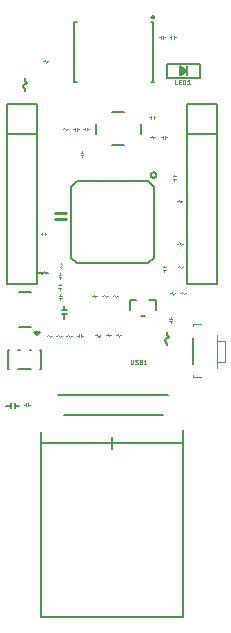
<source format=gto>
G75*
%MOIN*%
%OFA0B0*%
%FSLAX25Y25*%
%IPPOS*%
%LPD*%
%AMOC8*
5,1,8,0,0,1.08239X$1,22.5*
%
%ADD10C,0.00100*%
%ADD11C,0.00500*%
%ADD12C,0.01000*%
%ADD13C,0.00394*%
%ADD14C,0.00600*%
%ADD15C,0.00400*%
D10*
X0046600Y0085980D02*
X0046600Y0087063D01*
X0047433Y0087063D02*
X0047433Y0085980D01*
X0047434Y0085980D02*
X0047432Y0085940D01*
X0047426Y0085901D01*
X0047417Y0085863D01*
X0047404Y0085825D01*
X0047388Y0085789D01*
X0047368Y0085755D01*
X0047345Y0085722D01*
X0047319Y0085692D01*
X0047290Y0085665D01*
X0047259Y0085640D01*
X0047226Y0085619D01*
X0047190Y0085601D01*
X0047153Y0085586D01*
X0047115Y0085575D01*
X0047076Y0085567D01*
X0047037Y0085563D01*
X0046997Y0085563D01*
X0046958Y0085567D01*
X0046919Y0085575D01*
X0046881Y0085586D01*
X0046844Y0085601D01*
X0046809Y0085619D01*
X0046775Y0085640D01*
X0046744Y0085665D01*
X0046715Y0085692D01*
X0046689Y0085722D01*
X0046666Y0085755D01*
X0046646Y0085789D01*
X0046630Y0085825D01*
X0046617Y0085863D01*
X0046608Y0085901D01*
X0046602Y0085940D01*
X0046600Y0085980D01*
X0048248Y0086438D02*
X0048707Y0086188D01*
X0048540Y0085563D02*
X0048490Y0085565D01*
X0048439Y0085570D01*
X0048390Y0085579D01*
X0048341Y0085592D01*
X0048293Y0085608D01*
X0048246Y0085627D01*
X0048201Y0085650D01*
X0048158Y0085676D01*
X0048116Y0085705D01*
X0048077Y0085737D01*
X0048040Y0085771D01*
X0048707Y0086188D02*
X0048736Y0086169D01*
X0048764Y0086146D01*
X0048788Y0086121D01*
X0048810Y0086094D01*
X0048829Y0086064D01*
X0048845Y0086033D01*
X0048858Y0086000D01*
X0048867Y0085966D01*
X0048872Y0085931D01*
X0048874Y0085896D01*
X0048873Y0085896D02*
X0048871Y0085861D01*
X0048866Y0085827D01*
X0048857Y0085793D01*
X0048844Y0085761D01*
X0048828Y0085730D01*
X0048809Y0085700D01*
X0048787Y0085673D01*
X0048763Y0085649D01*
X0048736Y0085627D01*
X0048707Y0085608D01*
X0048675Y0085592D01*
X0048643Y0085579D01*
X0048609Y0085570D01*
X0048575Y0085565D01*
X0048540Y0085563D01*
X0048790Y0086938D02*
X0048753Y0086964D01*
X0048715Y0086986D01*
X0048675Y0087006D01*
X0048634Y0087023D01*
X0048591Y0087038D01*
X0048548Y0087049D01*
X0048504Y0087057D01*
X0048460Y0087061D01*
X0048415Y0087063D01*
X0048380Y0087061D01*
X0048346Y0087056D01*
X0048312Y0087047D01*
X0048280Y0087034D01*
X0048249Y0087018D01*
X0048219Y0086999D01*
X0048192Y0086977D01*
X0048168Y0086953D01*
X0048146Y0086926D01*
X0048127Y0086897D01*
X0048111Y0086865D01*
X0048098Y0086833D01*
X0048089Y0086799D01*
X0048084Y0086765D01*
X0048082Y0086730D01*
X0048081Y0086730D02*
X0048083Y0086695D01*
X0048088Y0086660D01*
X0048097Y0086626D01*
X0048110Y0086593D01*
X0048126Y0086562D01*
X0048145Y0086532D01*
X0048167Y0086505D01*
X0048191Y0086480D01*
X0048219Y0086457D01*
X0048248Y0086438D01*
X0049499Y0086396D02*
X0049916Y0086396D01*
X0049916Y0086397D02*
X0049951Y0086399D01*
X0049985Y0086404D01*
X0050019Y0086413D01*
X0050051Y0086426D01*
X0050083Y0086442D01*
X0050112Y0086461D01*
X0050139Y0086483D01*
X0050163Y0086507D01*
X0050185Y0086534D01*
X0050204Y0086564D01*
X0050220Y0086595D01*
X0050233Y0086627D01*
X0050242Y0086661D01*
X0050247Y0086695D01*
X0050249Y0086730D01*
X0050247Y0086765D01*
X0050242Y0086799D01*
X0050233Y0086833D01*
X0050220Y0086865D01*
X0050204Y0086897D01*
X0050185Y0086926D01*
X0050163Y0086953D01*
X0050139Y0086977D01*
X0050112Y0086999D01*
X0050083Y0087018D01*
X0050051Y0087034D01*
X0050019Y0087047D01*
X0049985Y0087056D01*
X0049951Y0087061D01*
X0049916Y0087063D01*
X0049499Y0087063D01*
X0049499Y0085563D01*
X0049916Y0085563D01*
X0049956Y0085565D01*
X0049995Y0085571D01*
X0050033Y0085580D01*
X0050071Y0085593D01*
X0050107Y0085609D01*
X0050141Y0085629D01*
X0050174Y0085652D01*
X0050204Y0085678D01*
X0050231Y0085707D01*
X0050256Y0085738D01*
X0050277Y0085772D01*
X0050295Y0085807D01*
X0050310Y0085844D01*
X0050321Y0085882D01*
X0050329Y0085921D01*
X0050333Y0085960D01*
X0050333Y0086000D01*
X0050329Y0086039D01*
X0050321Y0086078D01*
X0050310Y0086116D01*
X0050295Y0086153D01*
X0050277Y0086189D01*
X0050256Y0086222D01*
X0050231Y0086253D01*
X0050204Y0086282D01*
X0050174Y0086308D01*
X0050141Y0086331D01*
X0050107Y0086351D01*
X0050071Y0086367D01*
X0050033Y0086380D01*
X0049995Y0086389D01*
X0049956Y0086395D01*
X0049916Y0086397D01*
X0050872Y0086730D02*
X0051289Y0087063D01*
X0051289Y0085563D01*
X0051705Y0085563D02*
X0050872Y0085563D01*
X0061400Y0178963D02*
X0062067Y0178963D01*
X0062648Y0178963D02*
X0062648Y0180463D01*
X0063315Y0180463D01*
X0063893Y0180463D02*
X0063893Y0178963D01*
X0064310Y0178963D01*
X0064348Y0178965D01*
X0064387Y0178970D01*
X0064424Y0178979D01*
X0064461Y0178991D01*
X0064496Y0179007D01*
X0064530Y0179025D01*
X0064561Y0179047D01*
X0064591Y0179072D01*
X0064618Y0179099D01*
X0064643Y0179129D01*
X0064665Y0179160D01*
X0064683Y0179194D01*
X0064699Y0179229D01*
X0064711Y0179266D01*
X0064720Y0179303D01*
X0064725Y0179342D01*
X0064727Y0179380D01*
X0064727Y0180046D01*
X0064725Y0180084D01*
X0064720Y0180123D01*
X0064711Y0180160D01*
X0064699Y0180197D01*
X0064683Y0180232D01*
X0064665Y0180266D01*
X0064643Y0180297D01*
X0064618Y0180327D01*
X0064591Y0180354D01*
X0064561Y0180379D01*
X0064530Y0180401D01*
X0064496Y0180419D01*
X0064461Y0180435D01*
X0064424Y0180447D01*
X0064387Y0180456D01*
X0064348Y0180461D01*
X0064310Y0180463D01*
X0063893Y0180463D01*
X0063148Y0179796D02*
X0062648Y0179796D01*
X0062648Y0178963D02*
X0063315Y0178963D01*
X0061400Y0178963D02*
X0061400Y0180463D01*
X0065381Y0180130D02*
X0065798Y0180463D01*
X0065798Y0178963D01*
X0065381Y0178963D02*
X0066215Y0178963D01*
D11*
X0016693Y0063108D02*
X0016693Y0001388D01*
X0016815Y0001250D02*
X0063815Y0001250D01*
X0063937Y0001388D02*
X0063937Y0063722D01*
X0063819Y0059250D02*
X0016811Y0059250D01*
X0022315Y0075250D02*
X0058815Y0075250D01*
X0057315Y0068750D02*
X0024315Y0068750D01*
X0015150Y0095213D02*
X0014150Y0096213D01*
X0016150Y0096213D01*
X0015150Y0095213D01*
X0013256Y0097807D02*
X0009444Y0097807D01*
X0009444Y0109619D02*
X0013256Y0109619D01*
X0015350Y0112467D02*
X0005350Y0112467D01*
X0005350Y0162467D01*
X0015350Y0162467D01*
X0015350Y0112467D01*
X0016956Y0115519D02*
X0016563Y0115913D01*
X0015775Y0115913D01*
X0016956Y0115519D02*
X0017744Y0116307D01*
X0018137Y0115913D01*
X0018925Y0115913D01*
X0026570Y0121108D02*
X0028539Y0119140D01*
X0052161Y0119140D01*
X0054130Y0121108D01*
X0054130Y0144730D01*
X0052161Y0146699D01*
X0028539Y0146699D01*
X0026570Y0144730D01*
X0026570Y0121108D01*
X0040401Y0158530D02*
X0044338Y0158530D01*
X0044338Y0169553D02*
X0040401Y0169553D01*
X0034889Y0165616D02*
X0034889Y0162467D01*
X0049850Y0162467D02*
X0049850Y0165616D01*
X0053250Y0148667D02*
X0053252Y0148726D01*
X0053258Y0148784D01*
X0053268Y0148842D01*
X0053281Y0148899D01*
X0053299Y0148956D01*
X0053320Y0149011D01*
X0053345Y0149064D01*
X0053373Y0149115D01*
X0053404Y0149165D01*
X0053439Y0149212D01*
X0053477Y0149257D01*
X0053518Y0149300D01*
X0053562Y0149339D01*
X0053608Y0149375D01*
X0053656Y0149409D01*
X0053707Y0149439D01*
X0053760Y0149465D01*
X0053814Y0149488D01*
X0053869Y0149507D01*
X0053926Y0149523D01*
X0053984Y0149535D01*
X0054042Y0149543D01*
X0054101Y0149547D01*
X0054159Y0149547D01*
X0054218Y0149543D01*
X0054276Y0149535D01*
X0054334Y0149523D01*
X0054391Y0149507D01*
X0054446Y0149488D01*
X0054500Y0149465D01*
X0054553Y0149439D01*
X0054604Y0149409D01*
X0054652Y0149375D01*
X0054698Y0149339D01*
X0054742Y0149300D01*
X0054783Y0149257D01*
X0054821Y0149212D01*
X0054856Y0149165D01*
X0054887Y0149115D01*
X0054915Y0149064D01*
X0054940Y0149011D01*
X0054961Y0148956D01*
X0054979Y0148899D01*
X0054992Y0148842D01*
X0055002Y0148784D01*
X0055008Y0148726D01*
X0055010Y0148667D01*
X0055008Y0148608D01*
X0055002Y0148550D01*
X0054992Y0148492D01*
X0054979Y0148435D01*
X0054961Y0148378D01*
X0054940Y0148323D01*
X0054915Y0148270D01*
X0054887Y0148219D01*
X0054856Y0148169D01*
X0054821Y0148122D01*
X0054783Y0148077D01*
X0054742Y0148034D01*
X0054698Y0147995D01*
X0054652Y0147959D01*
X0054604Y0147925D01*
X0054553Y0147895D01*
X0054500Y0147869D01*
X0054446Y0147846D01*
X0054391Y0147827D01*
X0054334Y0147811D01*
X0054276Y0147799D01*
X0054218Y0147791D01*
X0054159Y0147787D01*
X0054101Y0147787D01*
X0054042Y0147791D01*
X0053984Y0147799D01*
X0053926Y0147811D01*
X0053869Y0147827D01*
X0053814Y0147846D01*
X0053760Y0147869D01*
X0053707Y0147895D01*
X0053656Y0147925D01*
X0053608Y0147959D01*
X0053562Y0147995D01*
X0053518Y0148034D01*
X0053477Y0148077D01*
X0053439Y0148122D01*
X0053404Y0148169D01*
X0053373Y0148219D01*
X0053345Y0148270D01*
X0053320Y0148323D01*
X0053299Y0148378D01*
X0053281Y0148435D01*
X0053268Y0148492D01*
X0053258Y0148550D01*
X0053252Y0148608D01*
X0053250Y0148667D01*
X0065350Y0162467D02*
X0075350Y0162467D01*
X0075350Y0112467D01*
X0065350Y0112467D01*
X0065350Y0162467D01*
X0065350Y0172467D01*
X0075350Y0172467D01*
X0075350Y0162467D01*
X0069762Y0181051D02*
X0069762Y0185775D01*
X0058738Y0185775D01*
X0058738Y0181051D01*
X0069762Y0181051D01*
X0065431Y0181838D02*
X0065431Y0184988D01*
X0064621Y0183953D02*
X0063069Y0183953D01*
X0063069Y0184451D02*
X0063874Y0184451D01*
X0063126Y0184950D02*
X0063069Y0184950D01*
X0063069Y0184988D02*
X0065431Y0183413D01*
X0063069Y0181838D01*
X0063069Y0184988D01*
X0065431Y0183413D01*
X0063069Y0181838D01*
X0063069Y0184988D01*
X0063069Y0183454D02*
X0065369Y0183454D01*
X0064745Y0182956D02*
X0063069Y0182956D01*
X0063069Y0182457D02*
X0063997Y0182457D01*
X0063250Y0181959D02*
X0063069Y0181959D01*
X0054812Y0106999D02*
X0052568Y0106999D01*
X0054812Y0106999D02*
X0054812Y0103574D01*
X0051387Y0101487D02*
X0049812Y0101487D01*
X0048237Y0106999D02*
X0046151Y0106999D01*
X0046151Y0103574D01*
X0040315Y0061219D02*
X0040315Y0057281D01*
X0067232Y0085482D02*
X0067232Y0094144D01*
X0015350Y0162467D02*
X0015350Y0172467D01*
X0005350Y0172467D01*
X0005350Y0162467D01*
D12*
X0021350Y0135919D02*
X0024850Y0135919D01*
X0024850Y0133919D02*
X0021350Y0133919D01*
D13*
X0017836Y0129425D02*
X0017836Y0128480D01*
X0017875Y0128952D02*
X0018426Y0128952D01*
X0017048Y0128480D02*
X0017048Y0129425D01*
X0016930Y0128952D02*
X0016458Y0128952D01*
X0023145Y0119236D02*
X0023145Y0118960D01*
X0023460Y0118645D01*
X0023500Y0118606D02*
X0022791Y0118133D01*
X0022791Y0118094D02*
X0023145Y0117740D01*
X0023145Y0117504D01*
X0022950Y0115897D02*
X0022950Y0115425D01*
X0022478Y0115307D02*
X0023422Y0115307D01*
X0023422Y0114519D02*
X0022478Y0114519D01*
X0022950Y0114480D02*
X0022950Y0113929D01*
X0022917Y0112419D02*
X0022917Y0111947D01*
X0022445Y0111829D02*
X0023390Y0111829D01*
X0023390Y0111041D02*
X0022445Y0111041D01*
X0022917Y0111002D02*
X0022917Y0110451D01*
X0023050Y0108997D02*
X0023050Y0108525D01*
X0022578Y0108407D02*
X0023522Y0108407D01*
X0023522Y0107619D02*
X0022578Y0107619D01*
X0023050Y0107580D02*
X0023050Y0107029D01*
X0022414Y0095467D02*
X0022886Y0094759D01*
X0022926Y0094798D02*
X0023241Y0095113D01*
X0023516Y0095113D01*
X0022374Y0095467D02*
X0022020Y0095113D01*
X0021784Y0095113D01*
X0020216Y0095113D02*
X0019980Y0095113D01*
X0019626Y0094759D01*
X0019586Y0094759D02*
X0019114Y0095467D01*
X0019074Y0095428D02*
X0018759Y0095113D01*
X0018484Y0095113D01*
X0025084Y0095013D02*
X0025320Y0095013D01*
X0025674Y0095367D01*
X0025714Y0095367D02*
X0026186Y0094659D01*
X0026226Y0094698D02*
X0026541Y0095013D01*
X0026816Y0095013D01*
X0028666Y0095013D02*
X0029217Y0095013D01*
X0029256Y0095485D02*
X0029256Y0094541D01*
X0030044Y0094541D02*
X0030044Y0095485D01*
X0030162Y0095013D02*
X0030634Y0095013D01*
X0034681Y0095147D02*
X0034957Y0095147D01*
X0035272Y0095462D01*
X0035311Y0095501D02*
X0035784Y0094793D01*
X0035823Y0094793D02*
X0036178Y0095147D01*
X0036414Y0095147D01*
X0038205Y0095200D02*
X0038481Y0095200D01*
X0038796Y0095515D01*
X0038835Y0095554D02*
X0039307Y0094845D01*
X0039347Y0094845D02*
X0039701Y0095200D01*
X0039937Y0095200D01*
X0041622Y0095144D02*
X0041859Y0095144D01*
X0042213Y0095499D01*
X0042252Y0095499D02*
X0042725Y0094790D01*
X0042764Y0094830D02*
X0043079Y0095144D01*
X0043355Y0095144D01*
X0041608Y0108022D02*
X0041963Y0108376D01*
X0042199Y0108376D01*
X0041569Y0108022D02*
X0041096Y0108730D01*
X0041057Y0108691D02*
X0040742Y0108376D01*
X0040467Y0108376D01*
X0038819Y0108376D02*
X0038582Y0108376D01*
X0038228Y0108022D01*
X0038189Y0108022D02*
X0037716Y0108730D01*
X0037677Y0108691D02*
X0037362Y0108376D01*
X0037086Y0108376D01*
X0035288Y0108376D02*
X0035012Y0108376D01*
X0034697Y0108061D01*
X0034658Y0108022D02*
X0034185Y0108730D01*
X0034146Y0108730D02*
X0033792Y0108376D01*
X0033556Y0108376D01*
X0030293Y0154635D02*
X0030293Y0155107D01*
X0030765Y0155226D02*
X0029820Y0155226D01*
X0029820Y0156013D02*
X0030765Y0156013D01*
X0030293Y0156052D02*
X0030293Y0156604D01*
X0031279Y0163495D02*
X0031279Y0164440D01*
X0031161Y0163967D02*
X0030689Y0163967D01*
X0032067Y0163495D02*
X0032067Y0164440D01*
X0032106Y0163967D02*
X0032657Y0163967D01*
X0029212Y0163870D02*
X0028661Y0163870D01*
X0028622Y0163398D02*
X0028622Y0164343D01*
X0027834Y0164343D02*
X0027834Y0163398D01*
X0027716Y0163870D02*
X0027244Y0163870D01*
X0025548Y0163870D02*
X0025311Y0163870D01*
X0024957Y0163516D01*
X0024918Y0163516D02*
X0024445Y0164225D01*
X0024406Y0164185D02*
X0024091Y0163870D01*
X0023815Y0163870D01*
X0018413Y0186138D02*
X0017941Y0186847D01*
X0017901Y0186847D02*
X0017547Y0186493D01*
X0017311Y0186493D01*
X0018452Y0186178D02*
X0018767Y0186493D01*
X0019043Y0186493D01*
X0052748Y0167844D02*
X0053299Y0167844D01*
X0053338Y0167372D02*
X0053338Y0168317D01*
X0054126Y0168317D02*
X0054126Y0167372D01*
X0054244Y0167844D02*
X0054716Y0167844D01*
X0053496Y0161525D02*
X0053968Y0160816D01*
X0054007Y0160816D02*
X0054362Y0161170D01*
X0054598Y0161170D01*
X0053456Y0161485D02*
X0053141Y0161170D01*
X0052866Y0161170D01*
X0056709Y0161170D02*
X0057260Y0161170D01*
X0057300Y0160698D02*
X0057300Y0161643D01*
X0058087Y0161643D02*
X0058087Y0160698D01*
X0058205Y0161170D02*
X0058678Y0161170D01*
X0060993Y0148770D02*
X0060993Y0148298D01*
X0060521Y0148180D02*
X0061466Y0148180D01*
X0061466Y0147393D02*
X0060521Y0147393D01*
X0060993Y0147353D02*
X0060993Y0146802D01*
X0062581Y0140237D02*
X0062227Y0139882D01*
X0061991Y0139882D01*
X0062621Y0140237D02*
X0063093Y0139528D01*
X0063133Y0139567D02*
X0063448Y0139882D01*
X0063723Y0139882D01*
X0062716Y0126150D02*
X0063189Y0125441D01*
X0063228Y0125441D02*
X0063582Y0125796D01*
X0063819Y0125796D01*
X0062677Y0126111D02*
X0062362Y0125796D01*
X0062086Y0125796D01*
X0062784Y0118419D02*
X0063256Y0117710D01*
X0063296Y0117710D02*
X0063650Y0118064D01*
X0063886Y0118064D01*
X0062744Y0118379D02*
X0062430Y0118064D01*
X0062154Y0118064D01*
X0063704Y0109516D02*
X0064177Y0108807D01*
X0064216Y0108807D02*
X0064570Y0109162D01*
X0064807Y0109162D01*
X0063665Y0109477D02*
X0063350Y0109162D01*
X0063074Y0109162D01*
X0061363Y0109150D02*
X0061126Y0109150D01*
X0060772Y0108796D01*
X0060733Y0108796D02*
X0060260Y0109504D01*
X0060221Y0109465D02*
X0059906Y0109150D01*
X0059630Y0109150D01*
X0057726Y0116459D02*
X0057726Y0116931D01*
X0058198Y0117049D02*
X0057253Y0117049D01*
X0057253Y0117837D02*
X0058198Y0117837D01*
X0057726Y0117876D02*
X0057726Y0118427D01*
X0059850Y0101197D02*
X0059850Y0100646D01*
X0060322Y0100607D02*
X0059378Y0100607D01*
X0059378Y0099819D02*
X0060322Y0099819D01*
X0059850Y0099701D02*
X0059850Y0099229D01*
X0060094Y0194122D02*
X0060094Y0195067D01*
X0060055Y0194594D02*
X0059504Y0194594D01*
X0060881Y0195067D02*
X0060881Y0194122D01*
X0061000Y0194594D02*
X0061472Y0194594D01*
X0058011Y0194569D02*
X0057538Y0194569D01*
X0057420Y0195041D02*
X0057420Y0194096D01*
X0056633Y0194096D02*
X0056633Y0195041D01*
X0056593Y0194569D02*
X0056042Y0194569D01*
X0012244Y0072585D02*
X0012244Y0071641D01*
X0012362Y0072113D02*
X0012834Y0072113D01*
X0011417Y0072113D02*
X0010866Y0072113D01*
X0011456Y0072585D02*
X0011456Y0071641D01*
D14*
X0009415Y0071713D02*
X0008093Y0071713D01*
X0007841Y0072500D02*
X0007841Y0070926D01*
X0006659Y0070926D02*
X0006659Y0072500D01*
X0006596Y0071713D02*
X0005085Y0071713D01*
X0005552Y0084024D02*
X0005922Y0084024D01*
X0005552Y0084024D02*
X0005552Y0090402D01*
X0005922Y0090402D01*
X0009095Y0090402D02*
X0009465Y0090402D01*
X0009095Y0084024D02*
X0013205Y0084024D01*
X0013205Y0090402D02*
X0012835Y0090402D01*
X0016378Y0090402D02*
X0016748Y0090402D01*
X0016748Y0084024D01*
X0016378Y0084024D01*
X0023546Y0102339D02*
X0025121Y0102339D01*
X0024334Y0102276D02*
X0024334Y0100764D01*
X0023546Y0103520D02*
X0025121Y0103520D01*
X0024334Y0103772D02*
X0024334Y0105095D01*
X0011250Y0176748D02*
X0011250Y0177456D01*
X0011171Y0177693D02*
X0011123Y0177695D01*
X0011076Y0177701D01*
X0011029Y0177710D01*
X0010982Y0177723D01*
X0010938Y0177739D01*
X0010894Y0177759D01*
X0010852Y0177783D01*
X0010812Y0177809D01*
X0010775Y0177839D01*
X0010740Y0177872D01*
X0010707Y0177907D01*
X0010677Y0177944D01*
X0010651Y0177984D01*
X0010627Y0178026D01*
X0010607Y0178070D01*
X0010591Y0178114D01*
X0010578Y0178161D01*
X0010569Y0178208D01*
X0010563Y0178255D01*
X0010561Y0178303D01*
X0010563Y0178351D01*
X0010569Y0178398D01*
X0010578Y0178445D01*
X0010591Y0178492D01*
X0010607Y0178536D01*
X0010627Y0178580D01*
X0010651Y0178622D01*
X0010677Y0178662D01*
X0010707Y0178699D01*
X0010740Y0178734D01*
X0010775Y0178767D01*
X0010812Y0178797D01*
X0010852Y0178823D01*
X0010894Y0178847D01*
X0010938Y0178867D01*
X0010982Y0178883D01*
X0011029Y0178896D01*
X0011076Y0178905D01*
X0011123Y0178911D01*
X0011171Y0178913D01*
X0011329Y0178913D01*
X0011368Y0178913D02*
X0011412Y0178917D01*
X0011456Y0178924D01*
X0011500Y0178935D01*
X0011542Y0178950D01*
X0011583Y0178968D01*
X0011622Y0178990D01*
X0011659Y0179015D01*
X0011694Y0179043D01*
X0011726Y0179075D01*
X0011755Y0179108D01*
X0011782Y0179144D01*
X0011805Y0179183D01*
X0011824Y0179223D01*
X0011841Y0179265D01*
X0011853Y0179308D01*
X0011862Y0179351D01*
X0011867Y0179396D01*
X0011868Y0179441D01*
X0011865Y0179485D01*
X0011859Y0179530D01*
X0011848Y0179573D01*
X0011834Y0179616D01*
X0011816Y0179657D01*
X0011795Y0179696D01*
X0011771Y0179733D01*
X0011743Y0179769D01*
X0011712Y0179801D01*
X0011679Y0179831D01*
X0011643Y0179858D01*
X0011250Y0180606D02*
X0011250Y0181039D01*
X0011250Y0180606D02*
X0011252Y0180547D01*
X0011258Y0180489D01*
X0011267Y0180431D01*
X0011280Y0180374D01*
X0011297Y0180318D01*
X0011317Y0180263D01*
X0011341Y0180210D01*
X0011368Y0180158D01*
X0011399Y0180108D01*
X0011433Y0180060D01*
X0011470Y0180014D01*
X0011509Y0179971D01*
X0011551Y0179931D01*
X0011596Y0179893D01*
X0011643Y0179858D01*
X0027622Y0179545D02*
X0028645Y0179545D01*
X0027661Y0179585D02*
X0027661Y0199585D01*
X0027700Y0199585D02*
X0028685Y0199585D01*
X0053173Y0199585D02*
X0053173Y0199624D01*
X0053173Y0199585D02*
X0054078Y0199585D01*
X0054039Y0199585D02*
X0054039Y0179585D01*
X0054118Y0179506D02*
X0053212Y0179506D01*
X0053422Y0201278D02*
X0053424Y0201320D01*
X0053430Y0201362D01*
X0053440Y0201404D01*
X0053453Y0201444D01*
X0053470Y0201483D01*
X0053491Y0201520D01*
X0053515Y0201555D01*
X0053542Y0201587D01*
X0053572Y0201617D01*
X0053604Y0201644D01*
X0053639Y0201668D01*
X0053676Y0201689D01*
X0053715Y0201706D01*
X0053755Y0201719D01*
X0053797Y0201729D01*
X0053839Y0201735D01*
X0053881Y0201737D01*
X0053923Y0201735D01*
X0053965Y0201729D01*
X0054007Y0201719D01*
X0054047Y0201706D01*
X0054086Y0201689D01*
X0054123Y0201668D01*
X0054158Y0201644D01*
X0054190Y0201617D01*
X0054220Y0201587D01*
X0054247Y0201555D01*
X0054271Y0201520D01*
X0054292Y0201483D01*
X0054309Y0201444D01*
X0054322Y0201404D01*
X0054332Y0201362D01*
X0054338Y0201320D01*
X0054340Y0201278D01*
X0054338Y0201236D01*
X0054332Y0201194D01*
X0054322Y0201152D01*
X0054309Y0201112D01*
X0054292Y0201073D01*
X0054271Y0201036D01*
X0054247Y0201001D01*
X0054220Y0200969D01*
X0054190Y0200939D01*
X0054158Y0200912D01*
X0054123Y0200888D01*
X0054086Y0200867D01*
X0054047Y0200850D01*
X0054007Y0200837D01*
X0053965Y0200827D01*
X0053923Y0200821D01*
X0053881Y0200819D01*
X0053839Y0200821D01*
X0053797Y0200827D01*
X0053755Y0200837D01*
X0053715Y0200850D01*
X0053676Y0200867D01*
X0053639Y0200888D01*
X0053604Y0200912D01*
X0053572Y0200939D01*
X0053542Y0200969D01*
X0053515Y0201001D01*
X0053491Y0201036D01*
X0053470Y0201073D01*
X0053453Y0201112D01*
X0053440Y0201152D01*
X0053430Y0201194D01*
X0053424Y0201236D01*
X0053422Y0201278D01*
X0058486Y0096309D02*
X0058486Y0095600D01*
X0058565Y0095364D02*
X0058613Y0095362D01*
X0058660Y0095356D01*
X0058707Y0095347D01*
X0058754Y0095334D01*
X0058798Y0095318D01*
X0058842Y0095298D01*
X0058884Y0095274D01*
X0058924Y0095248D01*
X0058961Y0095218D01*
X0058996Y0095185D01*
X0059029Y0095150D01*
X0059059Y0095113D01*
X0059085Y0095073D01*
X0059109Y0095031D01*
X0059129Y0094987D01*
X0059145Y0094943D01*
X0059158Y0094896D01*
X0059167Y0094849D01*
X0059173Y0094802D01*
X0059175Y0094754D01*
X0059173Y0094706D01*
X0059167Y0094659D01*
X0059158Y0094612D01*
X0059145Y0094565D01*
X0059129Y0094521D01*
X0059109Y0094477D01*
X0059085Y0094435D01*
X0059059Y0094395D01*
X0059029Y0094358D01*
X0058996Y0094323D01*
X0058961Y0094290D01*
X0058924Y0094260D01*
X0058884Y0094234D01*
X0058842Y0094210D01*
X0058798Y0094190D01*
X0058754Y0094174D01*
X0058707Y0094161D01*
X0058660Y0094152D01*
X0058613Y0094146D01*
X0058565Y0094144D01*
X0058407Y0094144D01*
X0058368Y0094144D02*
X0058324Y0094140D01*
X0058280Y0094133D01*
X0058236Y0094122D01*
X0058194Y0094107D01*
X0058153Y0094089D01*
X0058114Y0094067D01*
X0058077Y0094042D01*
X0058042Y0094014D01*
X0058010Y0093982D01*
X0057981Y0093949D01*
X0057954Y0093913D01*
X0057931Y0093874D01*
X0057912Y0093834D01*
X0057895Y0093792D01*
X0057883Y0093749D01*
X0057874Y0093706D01*
X0057869Y0093661D01*
X0057868Y0093616D01*
X0057871Y0093572D01*
X0057877Y0093527D01*
X0057888Y0093484D01*
X0057902Y0093441D01*
X0057920Y0093400D01*
X0057941Y0093361D01*
X0057965Y0093324D01*
X0057993Y0093288D01*
X0058024Y0093256D01*
X0058057Y0093226D01*
X0058093Y0093199D01*
X0058486Y0092451D02*
X0058486Y0092018D01*
X0058486Y0092451D02*
X0058484Y0092510D01*
X0058478Y0092568D01*
X0058469Y0092626D01*
X0058456Y0092683D01*
X0058439Y0092739D01*
X0058419Y0092794D01*
X0058395Y0092847D01*
X0058368Y0092899D01*
X0058337Y0092949D01*
X0058303Y0092997D01*
X0058266Y0093043D01*
X0058227Y0093086D01*
X0058185Y0093126D01*
X0058140Y0093164D01*
X0058093Y0093199D01*
D15*
X0067350Y0098313D02*
X0067350Y0098813D01*
X0069850Y0098813D01*
X0075350Y0095313D02*
X0075350Y0093313D01*
X0077850Y0093313D01*
X0077850Y0086313D01*
X0075350Y0086313D01*
X0075350Y0084313D01*
X0075350Y0086313D02*
X0075350Y0093313D01*
X0069850Y0081313D02*
X0067350Y0081313D01*
X0067350Y0081813D01*
M02*

</source>
